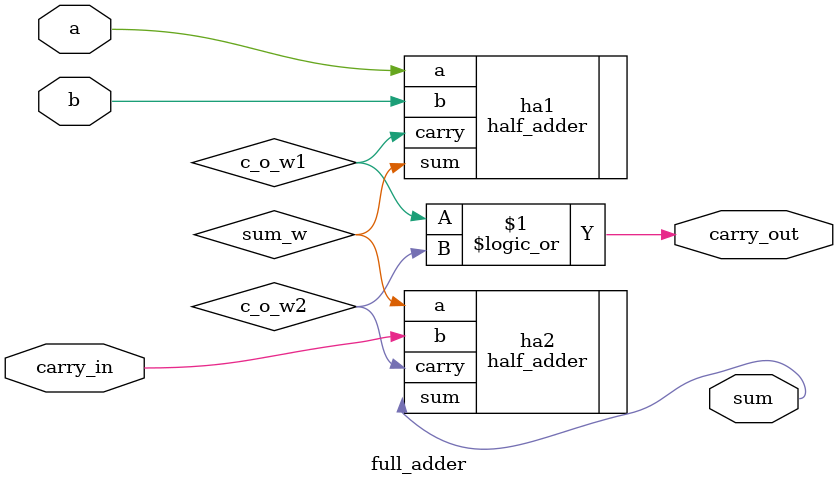
<source format=v>
module full_adder(
    input a, b, carry_in,
    output sum, carry_out
);

wire sum_w, c_o_w1, c_o_w2;

half_adder ha1(
    .a(a),
    .b(b),
    .carry(c_o_w1),
    .sum(sum_w)
);

half_adder ha2(
    .a(sum_w),
    .b(carry_in),
    .carry(c_o_w2),
    .sum(sum)
);

assign carry_out = c_o_w1 || c_o_w2;
    
endmodule
</source>
